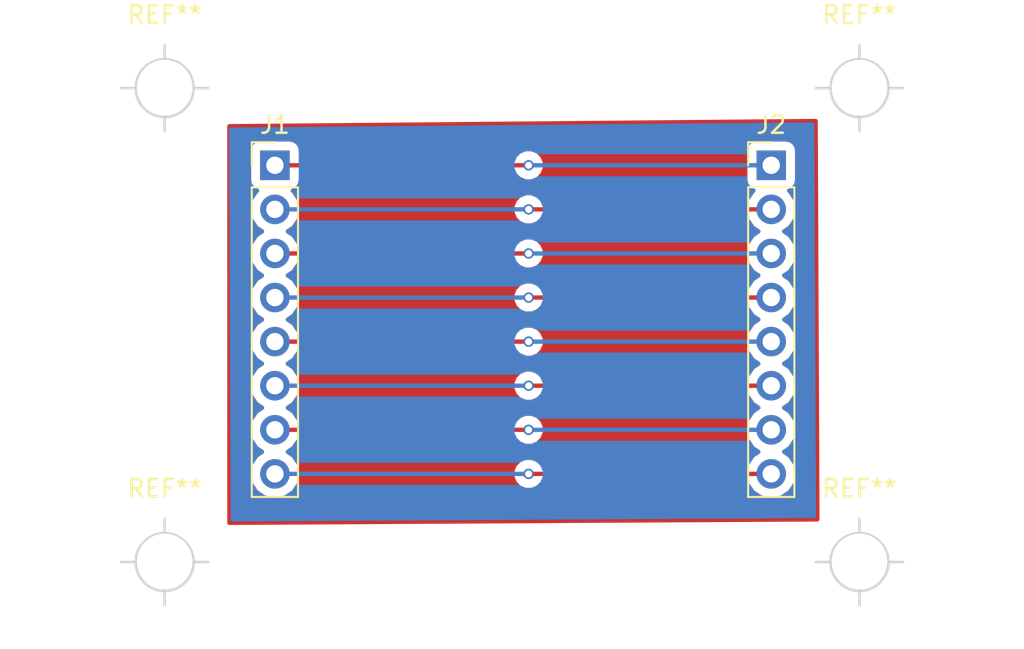
<source format=kicad_pcb>
(kicad_pcb (version 4) (host pcbnew 4.0.7)

  (general
    (links 8)
    (no_connects 0)
    (area 102.792857 95.075 162.007143 132.925)
    (thickness 1.6)
    (drawings 4)
    (tracks 24)
    (zones 0)
    (modules 6)
    (nets 9)
  )

  (page A4)
  (layers
    (0 F.Cu signal)
    (31 B.Cu signal)
    (32 B.Adhes user)
    (33 F.Adhes user)
    (34 B.Paste user)
    (35 F.Paste user)
    (36 B.SilkS user)
    (37 F.SilkS user)
    (38 B.Mask user)
    (39 F.Mask user)
    (40 Dwgs.User user)
    (41 Cmts.User user)
    (42 Eco1.User user)
    (43 Eco2.User user)
    (44 Edge.Cuts user)
    (45 Margin user)
    (46 B.CrtYd user)
    (47 F.CrtYd user)
    (48 B.Fab user)
    (49 F.Fab user)
  )

  (setup
    (last_trace_width 0.7)
    (trace_clearance 0.25)
    (zone_clearance 0.508)
    (zone_45_only no)
    (trace_min 0.2)
    (segment_width 0.2)
    (edge_width 0.15)
    (via_size 0.8)
    (via_drill 0.6)
    (via_min_size 0.4)
    (via_min_drill 0.3)
    (uvia_size 0.3)
    (uvia_drill 0.1)
    (uvias_allowed no)
    (uvia_min_size 0.2)
    (uvia_min_drill 0.1)
    (pcb_text_width 0.3)
    (pcb_text_size 1.5 1.5)
    (mod_edge_width 0.15)
    (mod_text_size 1 1)
    (mod_text_width 0.15)
    (pad_size 1.524 1.524)
    (pad_drill 0.762)
    (pad_to_mask_clearance 0.2)
    (aux_axis_origin 0 0)
    (visible_elements 7FFFFFFF)
    (pcbplotparams
      (layerselection 0x01200_00000000)
      (usegerberextensions false)
      (excludeedgelayer true)
      (linewidth 2.000000)
      (plotframeref false)
      (viasonmask true)
      (mode 1)
      (useauxorigin false)
      (hpglpennumber 1)
      (hpglpenspeed 20)
      (hpglpendiameter 15)
      (hpglpenoverlay 2)
      (psnegative false)
      (psa4output false)
      (plotreference true)
      (plotvalue true)
      (plotinvisibletext false)
      (padsonsilk true)
      (subtractmaskfromsilk false)
      (outputformat 4)
      (mirror false)
      (drillshape 2)
      (scaleselection 1)
      (outputdirectory .output/))
  )

  (net 0 "")
  (net 1 "Net-(J1-Pad1)")
  (net 2 "Net-(J1-Pad2)")
  (net 3 "Net-(J1-Pad3)")
  (net 4 "Net-(J1-Pad4)")
  (net 5 "Net-(J1-Pad5)")
  (net 6 "Net-(J1-Pad6)")
  (net 7 "Net-(J1-Pad7)")
  (net 8 "Net-(J1-Pad8)")

  (net_class Default 这是默认网络组.
    (clearance 0.25)
    (trace_width 0.7)
    (via_dia 0.8)
    (via_drill 0.6)
    (uvia_dia 0.3)
    (uvia_drill 0.1)
    (add_net "Net-(J1-Pad1)")
    (add_net "Net-(J1-Pad2)")
    (add_net "Net-(J1-Pad3)")
    (add_net "Net-(J1-Pad4)")
    (add_net "Net-(J1-Pad5)")
    (add_net "Net-(J1-Pad6)")
    (add_net "Net-(J1-Pad7)")
    (add_net "Net-(J1-Pad8)")
  )

  (module Mounting_Holes:MountingHole_3.2mm_M3 (layer F.Cu) (tedit 56D1B4CB) (tstamp 5A2DA736)
    (at 112.4 127.6)
    (descr "Mounting Hole 3.2mm, no annular, M3")
    (tags "mounting hole 3.2mm no annular m3")
    (fp_text reference REF** (at 0 -4.2) (layer F.SilkS)
      (effects (font (size 1 1) (thickness 0.15)))
    )
    (fp_text value MountingHole_3.2mm_M3 (at 0 4.2) (layer F.Fab)
      (effects (font (size 1 1) (thickness 0.15)))
    )
    (fp_circle (center 0 0) (end 3.2 0) (layer Cmts.User) (width 0.15))
    (fp_circle (center 0 0) (end 3.45 0) (layer F.CrtYd) (width 0.05))
    (pad 1 np_thru_hole circle (at 0 0) (size 3.2 3.2) (drill 3.2) (layers *.Cu *.Mask))
  )

  (module Mounting_Holes:MountingHole_3.2mm_M3 (layer F.Cu) (tedit 56D1B4CB) (tstamp 5A2DA72F)
    (at 112.4 100.3)
    (descr "Mounting Hole 3.2mm, no annular, M3")
    (tags "mounting hole 3.2mm no annular m3")
    (fp_text reference REF** (at 0 -4.2) (layer F.SilkS)
      (effects (font (size 1 1) (thickness 0.15)))
    )
    (fp_text value MountingHole_3.2mm_M3 (at 0 4.2) (layer F.Fab)
      (effects (font (size 1 1) (thickness 0.15)))
    )
    (fp_circle (center 0 0) (end 3.2 0) (layer Cmts.User) (width 0.15))
    (fp_circle (center 0 0) (end 3.45 0) (layer F.CrtYd) (width 0.05))
    (pad 1 np_thru_hole circle (at 0 0) (size 3.2 3.2) (drill 3.2) (layers *.Cu *.Mask))
  )

  (module Mounting_Holes:MountingHole_3.2mm_M3 (layer F.Cu) (tedit 56D1B4CB) (tstamp 5A2DA728)
    (at 152.4 100.3)
    (descr "Mounting Hole 3.2mm, no annular, M3")
    (tags "mounting hole 3.2mm no annular m3")
    (fp_text reference REF** (at 0 -4.2) (layer F.SilkS)
      (effects (font (size 1 1) (thickness 0.15)))
    )
    (fp_text value MountingHole_3.2mm_M3 (at 0 4.2) (layer F.Fab)
      (effects (font (size 1 1) (thickness 0.15)))
    )
    (fp_circle (center 0 0) (end 3.2 0) (layer Cmts.User) (width 0.15))
    (fp_circle (center 0 0) (end 3.45 0) (layer F.CrtYd) (width 0.05))
    (pad 1 np_thru_hole circle (at 0 0) (size 3.2 3.2) (drill 3.2) (layers *.Cu *.Mask))
  )

  (module Pin_Headers:Pin_Header_Straight_1x08_Pitch2.54mm (layer F.Cu) (tedit 59650532) (tstamp 5A20C2BD)
    (at 118.745 104.775)
    (descr "Through hole straight pin header, 1x08, 2.54mm pitch, single row")
    (tags "Through hole pin header THT 1x08 2.54mm single row")
    (path /5A20C0F5)
    (fp_text reference J1 (at 0 -2.33) (layer F.SilkS)
      (effects (font (size 1 1) (thickness 0.15)))
    )
    (fp_text value Conn_01x08 (at 0 20.11) (layer F.Fab)
      (effects (font (size 1 1) (thickness 0.15)))
    )
    (fp_line (start -0.635 -1.27) (end 1.27 -1.27) (layer F.Fab) (width 0.1))
    (fp_line (start 1.27 -1.27) (end 1.27 19.05) (layer F.Fab) (width 0.1))
    (fp_line (start 1.27 19.05) (end -1.27 19.05) (layer F.Fab) (width 0.1))
    (fp_line (start -1.27 19.05) (end -1.27 -0.635) (layer F.Fab) (width 0.1))
    (fp_line (start -1.27 -0.635) (end -0.635 -1.27) (layer F.Fab) (width 0.1))
    (fp_line (start -1.33 19.11) (end 1.33 19.11) (layer F.SilkS) (width 0.12))
    (fp_line (start -1.33 1.27) (end -1.33 19.11) (layer F.SilkS) (width 0.12))
    (fp_line (start 1.33 1.27) (end 1.33 19.11) (layer F.SilkS) (width 0.12))
    (fp_line (start -1.33 1.27) (end 1.33 1.27) (layer F.SilkS) (width 0.12))
    (fp_line (start -1.33 0) (end -1.33 -1.33) (layer F.SilkS) (width 0.12))
    (fp_line (start -1.33 -1.33) (end 0 -1.33) (layer F.SilkS) (width 0.12))
    (fp_line (start -1.8 -1.8) (end -1.8 19.55) (layer F.CrtYd) (width 0.05))
    (fp_line (start -1.8 19.55) (end 1.8 19.55) (layer F.CrtYd) (width 0.05))
    (fp_line (start 1.8 19.55) (end 1.8 -1.8) (layer F.CrtYd) (width 0.05))
    (fp_line (start 1.8 -1.8) (end -1.8 -1.8) (layer F.CrtYd) (width 0.05))
    (fp_text user %R (at 0 8.89 90) (layer F.Fab)
      (effects (font (size 1 1) (thickness 0.15)))
    )
    (pad 1 thru_hole rect (at 0 0) (size 1.7 1.7) (drill 1) (layers *.Cu *.Mask)
      (net 1 "Net-(J1-Pad1)"))
    (pad 2 thru_hole oval (at 0 2.54) (size 1.7 1.7) (drill 1) (layers *.Cu *.Mask)
      (net 2 "Net-(J1-Pad2)"))
    (pad 3 thru_hole oval (at 0 5.08) (size 1.7 1.7) (drill 1) (layers *.Cu *.Mask)
      (net 3 "Net-(J1-Pad3)"))
    (pad 4 thru_hole oval (at 0 7.62) (size 1.7 1.7) (drill 1) (layers *.Cu *.Mask)
      (net 4 "Net-(J1-Pad4)"))
    (pad 5 thru_hole oval (at 0 10.16) (size 1.7 1.7) (drill 1) (layers *.Cu *.Mask)
      (net 5 "Net-(J1-Pad5)"))
    (pad 6 thru_hole oval (at 0 12.7) (size 1.7 1.7) (drill 1) (layers *.Cu *.Mask)
      (net 6 "Net-(J1-Pad6)"))
    (pad 7 thru_hole oval (at 0 15.24) (size 1.7 1.7) (drill 1) (layers *.Cu *.Mask)
      (net 7 "Net-(J1-Pad7)"))
    (pad 8 thru_hole oval (at 0 17.78) (size 1.7 1.7) (drill 1) (layers *.Cu *.Mask)
      (net 8 "Net-(J1-Pad8)"))
    (model ${KISYS3DMOD}/Pin_Headers.3dshapes/Pin_Header_Straight_1x08_Pitch2.54mm.wrl
      (at (xyz 0 0 0))
      (scale (xyz 1 1 1))
      (rotate (xyz 0 0 0))
    )
  )

  (module Pin_Headers:Pin_Header_Straight_1x08_Pitch2.54mm (layer F.Cu) (tedit 59650532) (tstamp 5A20C2C9)
    (at 147.32 104.775)
    (descr "Through hole straight pin header, 1x08, 2.54mm pitch, single row")
    (tags "Through hole pin header THT 1x08 2.54mm single row")
    (path /5A20C13F)
    (fp_text reference J2 (at 0 -2.33) (layer F.SilkS)
      (effects (font (size 1 1) (thickness 0.15)))
    )
    (fp_text value Conn_01x08 (at 0 20.11) (layer F.Fab)
      (effects (font (size 1 1) (thickness 0.15)))
    )
    (fp_line (start -0.635 -1.27) (end 1.27 -1.27) (layer F.Fab) (width 0.1))
    (fp_line (start 1.27 -1.27) (end 1.27 19.05) (layer F.Fab) (width 0.1))
    (fp_line (start 1.27 19.05) (end -1.27 19.05) (layer F.Fab) (width 0.1))
    (fp_line (start -1.27 19.05) (end -1.27 -0.635) (layer F.Fab) (width 0.1))
    (fp_line (start -1.27 -0.635) (end -0.635 -1.27) (layer F.Fab) (width 0.1))
    (fp_line (start -1.33 19.11) (end 1.33 19.11) (layer F.SilkS) (width 0.12))
    (fp_line (start -1.33 1.27) (end -1.33 19.11) (layer F.SilkS) (width 0.12))
    (fp_line (start 1.33 1.27) (end 1.33 19.11) (layer F.SilkS) (width 0.12))
    (fp_line (start -1.33 1.27) (end 1.33 1.27) (layer F.SilkS) (width 0.12))
    (fp_line (start -1.33 0) (end -1.33 -1.33) (layer F.SilkS) (width 0.12))
    (fp_line (start -1.33 -1.33) (end 0 -1.33) (layer F.SilkS) (width 0.12))
    (fp_line (start -1.8 -1.8) (end -1.8 19.55) (layer F.CrtYd) (width 0.05))
    (fp_line (start -1.8 19.55) (end 1.8 19.55) (layer F.CrtYd) (width 0.05))
    (fp_line (start 1.8 19.55) (end 1.8 -1.8) (layer F.CrtYd) (width 0.05))
    (fp_line (start 1.8 -1.8) (end -1.8 -1.8) (layer F.CrtYd) (width 0.05))
    (fp_text user %R (at 0 8.89 90) (layer F.Fab)
      (effects (font (size 1 1) (thickness 0.15)))
    )
    (pad 1 thru_hole rect (at 0 0) (size 1.7 1.7) (drill 1) (layers *.Cu *.Mask)
      (net 1 "Net-(J1-Pad1)"))
    (pad 2 thru_hole oval (at 0 2.54) (size 1.7 1.7) (drill 1) (layers *.Cu *.Mask)
      (net 2 "Net-(J1-Pad2)"))
    (pad 3 thru_hole oval (at 0 5.08) (size 1.7 1.7) (drill 1) (layers *.Cu *.Mask)
      (net 3 "Net-(J1-Pad3)"))
    (pad 4 thru_hole oval (at 0 7.62) (size 1.7 1.7) (drill 1) (layers *.Cu *.Mask)
      (net 4 "Net-(J1-Pad4)"))
    (pad 5 thru_hole oval (at 0 10.16) (size 1.7 1.7) (drill 1) (layers *.Cu *.Mask)
      (net 5 "Net-(J1-Pad5)"))
    (pad 6 thru_hole oval (at 0 12.7) (size 1.7 1.7) (drill 1) (layers *.Cu *.Mask)
      (net 6 "Net-(J1-Pad6)"))
    (pad 7 thru_hole oval (at 0 15.24) (size 1.7 1.7) (drill 1) (layers *.Cu *.Mask)
      (net 7 "Net-(J1-Pad7)"))
    (pad 8 thru_hole oval (at 0 17.78) (size 1.7 1.7) (drill 1) (layers *.Cu *.Mask)
      (net 8 "Net-(J1-Pad8)"))
    (model ${KISYS3DMOD}/Pin_Headers.3dshapes/Pin_Header_Straight_1x08_Pitch2.54mm.wrl
      (at (xyz 0 0 0))
      (scale (xyz 1 1 1))
      (rotate (xyz 0 0 0))
    )
  )

  (module Mounting_Holes:MountingHole_3.2mm_M3 (layer F.Cu) (tedit 56D1B4CB) (tstamp 5A2DA720)
    (at 152.4 127.6)
    (descr "Mounting Hole 3.2mm, no annular, M3")
    (tags "mounting hole 3.2mm no annular m3")
    (fp_text reference REF** (at 0 -4.2) (layer F.SilkS)
      (effects (font (size 1 1) (thickness 0.15)))
    )
    (fp_text value MountingHole_3.2mm_M3 (at 0 4.2) (layer F.Fab)
      (effects (font (size 1 1) (thickness 0.15)))
    )
    (fp_circle (center 0 0) (end 3.2 0) (layer Cmts.User) (width 0.15))
    (fp_circle (center 0 0) (end 3.45 0) (layer F.CrtYd) (width 0.05))
    (pad 1 np_thru_hole circle (at 0 0) (size 3.2 3.2) (drill 3.2) (layers *.Cu *.Mask))
  )

  (target plus (at 112.395 100.33) (size 5) (width 0.15) (layer Edge.Cuts))
  (target plus (at 112.395 127.635) (size 5) (width 0.15) (layer Edge.Cuts))
  (target plus (at 152.4 127.635) (size 5) (width 0.15) (layer Edge.Cuts))
  (target plus (at 152.4 100.33) (size 5) (width 0.15) (layer Edge.Cuts))

  (segment (start 118.745 104.775) (end 133.35 104.775) (width 0.25) (layer F.Cu) (net 1))
  (segment (start 133.35 104.775) (end 147.32 104.775) (width 0.25) (layer B.Cu) (net 1) (tstamp 5A20C327))
  (via (at 133.35 104.775) (size 0.6) (drill 0.4) (layers F.Cu B.Cu) (net 1))
  (segment (start 118.745 107.315) (end 133.35 107.315) (width 0.25) (layer B.Cu) (net 2))
  (segment (start 133.35 107.315) (end 147.32 107.315) (width 0.25) (layer F.Cu) (net 2) (tstamp 5A20C32C))
  (via (at 133.35 107.315) (size 0.6) (drill 0.4) (layers F.Cu B.Cu) (net 2))
  (segment (start 118.745 109.855) (end 133.35 109.855) (width 0.25) (layer F.Cu) (net 3))
  (segment (start 133.35 109.855) (end 147.32 109.855) (width 0.25) (layer B.Cu) (net 3) (tstamp 5A20C331))
  (via (at 133.35 109.855) (size 0.6) (drill 0.4) (layers F.Cu B.Cu) (net 3))
  (segment (start 118.745 112.395) (end 133.35 112.395) (width 0.25) (layer B.Cu) (net 4))
  (segment (start 133.35 112.395) (end 147.32 112.395) (width 0.25) (layer F.Cu) (net 4) (tstamp 5A20C336))
  (via (at 133.35 112.395) (size 0.6) (drill 0.4) (layers F.Cu B.Cu) (net 4))
  (segment (start 118.745 114.935) (end 133.35 114.935) (width 0.25) (layer F.Cu) (net 5))
  (segment (start 133.35 114.935) (end 147.32 114.935) (width 0.25) (layer B.Cu) (net 5) (tstamp 5A20C33B))
  (via (at 133.35 114.935) (size 0.6) (drill 0.4) (layers F.Cu B.Cu) (net 5))
  (segment (start 118.745 117.475) (end 133.35 117.475) (width 0.25) (layer B.Cu) (net 6))
  (segment (start 133.35 117.475) (end 147.32 117.475) (width 0.25) (layer F.Cu) (net 6) (tstamp 5A20C340))
  (via (at 133.35 117.475) (size 0.6) (drill 0.4) (layers F.Cu B.Cu) (net 6))
  (segment (start 118.745 120.015) (end 133.35 120.015) (width 0.25) (layer F.Cu) (net 7))
  (segment (start 133.35 120.015) (end 147.32 120.015) (width 0.25) (layer B.Cu) (net 7) (tstamp 5A20C345))
  (via (at 133.35 120.015) (size 0.6) (drill 0.4) (layers F.Cu B.Cu) (net 7))
  (segment (start 118.745 122.555) (end 133.35 122.555) (width 0.25) (layer B.Cu) (net 8))
  (segment (start 133.35 122.555) (end 147.32 122.555) (width 0.25) (layer F.Cu) (net 8) (tstamp 5A20C34A))
  (via (at 133.35 122.555) (size 0.6) (drill 0.4) (layers F.Cu B.Cu) (net 8))

  (zone (net 0) (net_name "") (layer F.Cu) (tstamp 5A2DA73E) (hatch edge 0.508)
    (connect_pads (clearance 0.508))
    (min_thickness 0.254)
    (fill yes (arc_segments 16) (thermal_gap 0.508) (thermal_bridge_width 0.508))
    (polygon
      (pts
        (xy 116 102.4) (xy 116 125.5) (xy 150.1 125.3) (xy 150 102.1)
      )
    )
    (filled_polygon
      (pts
        (xy 149.972454 125.173746) (xy 116.127 125.372253) (xy 116.127 107.315) (xy 117.230907 107.315) (xy 117.343946 107.883285)
        (xy 117.665853 108.365054) (xy 117.995026 108.585) (xy 117.665853 108.804946) (xy 117.343946 109.286715) (xy 117.230907 109.855)
        (xy 117.343946 110.423285) (xy 117.665853 110.905054) (xy 117.995026 111.125) (xy 117.665853 111.344946) (xy 117.343946 111.826715)
        (xy 117.230907 112.395) (xy 117.343946 112.963285) (xy 117.665853 113.445054) (xy 117.995026 113.665) (xy 117.665853 113.884946)
        (xy 117.343946 114.366715) (xy 117.230907 114.935) (xy 117.343946 115.503285) (xy 117.665853 115.985054) (xy 117.995026 116.205)
        (xy 117.665853 116.424946) (xy 117.343946 116.906715) (xy 117.230907 117.475) (xy 117.343946 118.043285) (xy 117.665853 118.525054)
        (xy 117.995026 118.745) (xy 117.665853 118.964946) (xy 117.343946 119.446715) (xy 117.230907 120.015) (xy 117.343946 120.583285)
        (xy 117.665853 121.065054) (xy 117.995026 121.285) (xy 117.665853 121.504946) (xy 117.343946 121.986715) (xy 117.230907 122.555)
        (xy 117.343946 123.123285) (xy 117.665853 123.605054) (xy 118.147622 123.926961) (xy 118.715907 124.04) (xy 118.774093 124.04)
        (xy 119.342378 123.926961) (xy 119.824147 123.605054) (xy 120.146054 123.123285) (xy 120.259093 122.555) (xy 120.146054 121.986715)
        (xy 119.824147 121.504946) (xy 119.494974 121.285) (xy 119.824147 121.065054) (xy 120.017954 120.775) (xy 132.787537 120.775)
        (xy 132.819673 120.807192) (xy 133.163201 120.949838) (xy 133.535167 120.950162) (xy 133.878943 120.808117) (xy 134.142192 120.545327)
        (xy 134.284838 120.201799) (xy 134.285162 119.829833) (xy 134.143117 119.486057) (xy 133.880327 119.222808) (xy 133.536799 119.080162)
        (xy 133.164833 119.079838) (xy 132.821057 119.221883) (xy 132.787882 119.255) (xy 120.017954 119.255) (xy 119.824147 118.964946)
        (xy 119.494974 118.745) (xy 119.824147 118.525054) (xy 120.146054 118.043285) (xy 120.259093 117.475) (xy 120.146054 116.906715)
        (xy 119.824147 116.424946) (xy 119.494974 116.205) (xy 119.824147 115.985054) (xy 120.017954 115.695) (xy 132.787537 115.695)
        (xy 132.819673 115.727192) (xy 133.163201 115.869838) (xy 133.535167 115.870162) (xy 133.878943 115.728117) (xy 134.142192 115.465327)
        (xy 134.284838 115.121799) (xy 134.285162 114.749833) (xy 134.143117 114.406057) (xy 133.880327 114.142808) (xy 133.536799 114.000162)
        (xy 133.164833 113.999838) (xy 132.821057 114.141883) (xy 132.787882 114.175) (xy 120.017954 114.175) (xy 119.824147 113.884946)
        (xy 119.494974 113.665) (xy 119.824147 113.445054) (xy 120.146054 112.963285) (xy 120.259093 112.395) (xy 120.146054 111.826715)
        (xy 119.824147 111.344946) (xy 119.494974 111.125) (xy 119.824147 110.905054) (xy 120.017954 110.615) (xy 132.787537 110.615)
        (xy 132.819673 110.647192) (xy 133.163201 110.789838) (xy 133.535167 110.790162) (xy 133.878943 110.648117) (xy 134.142192 110.385327)
        (xy 134.284838 110.041799) (xy 134.285162 109.669833) (xy 134.143117 109.326057) (xy 133.880327 109.062808) (xy 133.536799 108.920162)
        (xy 133.164833 108.919838) (xy 132.821057 109.061883) (xy 132.787882 109.095) (xy 120.017954 109.095) (xy 119.824147 108.804946)
        (xy 119.494974 108.585) (xy 119.824147 108.365054) (xy 120.146054 107.883285) (xy 120.22226 107.500167) (xy 132.414838 107.500167)
        (xy 132.556883 107.843943) (xy 132.819673 108.107192) (xy 133.163201 108.249838) (xy 133.535167 108.250162) (xy 133.878943 108.108117)
        (xy 133.912118 108.075) (xy 146.047046 108.075) (xy 146.240853 108.365054) (xy 146.570026 108.585) (xy 146.240853 108.804946)
        (xy 145.918946 109.286715) (xy 145.805907 109.855) (xy 145.918946 110.423285) (xy 146.240853 110.905054) (xy 146.570026 111.125)
        (xy 146.240853 111.344946) (xy 146.047046 111.635) (xy 133.912463 111.635) (xy 133.880327 111.602808) (xy 133.536799 111.460162)
        (xy 133.164833 111.459838) (xy 132.821057 111.601883) (xy 132.557808 111.864673) (xy 132.415162 112.208201) (xy 132.414838 112.580167)
        (xy 132.556883 112.923943) (xy 132.819673 113.187192) (xy 133.163201 113.329838) (xy 133.535167 113.330162) (xy 133.878943 113.188117)
        (xy 133.912118 113.155) (xy 146.047046 113.155) (xy 146.240853 113.445054) (xy 146.570026 113.665) (xy 146.240853 113.884946)
        (xy 145.918946 114.366715) (xy 145.805907 114.935) (xy 145.918946 115.503285) (xy 146.240853 115.985054) (xy 146.570026 116.205)
        (xy 146.240853 116.424946) (xy 146.047046 116.715) (xy 133.912463 116.715) (xy 133.880327 116.682808) (xy 133.536799 116.540162)
        (xy 133.164833 116.539838) (xy 132.821057 116.681883) (xy 132.557808 116.944673) (xy 132.415162 117.288201) (xy 132.414838 117.660167)
        (xy 132.556883 118.003943) (xy 132.819673 118.267192) (xy 133.163201 118.409838) (xy 133.535167 118.410162) (xy 133.878943 118.268117)
        (xy 133.912118 118.235) (xy 146.047046 118.235) (xy 146.240853 118.525054) (xy 146.570026 118.745) (xy 146.240853 118.964946)
        (xy 145.918946 119.446715) (xy 145.805907 120.015) (xy 145.918946 120.583285) (xy 146.240853 121.065054) (xy 146.570026 121.285)
        (xy 146.240853 121.504946) (xy 146.047046 121.795) (xy 133.912463 121.795) (xy 133.880327 121.762808) (xy 133.536799 121.620162)
        (xy 133.164833 121.619838) (xy 132.821057 121.761883) (xy 132.557808 122.024673) (xy 132.415162 122.368201) (xy 132.414838 122.740167)
        (xy 132.556883 123.083943) (xy 132.819673 123.347192) (xy 133.163201 123.489838) (xy 133.535167 123.490162) (xy 133.878943 123.348117)
        (xy 133.912118 123.315) (xy 146.047046 123.315) (xy 146.240853 123.605054) (xy 146.722622 123.926961) (xy 147.290907 124.04)
        (xy 147.349093 124.04) (xy 147.917378 123.926961) (xy 148.399147 123.605054) (xy 148.721054 123.123285) (xy 148.834093 122.555)
        (xy 148.721054 121.986715) (xy 148.399147 121.504946) (xy 148.069974 121.285) (xy 148.399147 121.065054) (xy 148.721054 120.583285)
        (xy 148.834093 120.015) (xy 148.721054 119.446715) (xy 148.399147 118.964946) (xy 148.069974 118.745) (xy 148.399147 118.525054)
        (xy 148.721054 118.043285) (xy 148.834093 117.475) (xy 148.721054 116.906715) (xy 148.399147 116.424946) (xy 148.069974 116.205)
        (xy 148.399147 115.985054) (xy 148.721054 115.503285) (xy 148.834093 114.935) (xy 148.721054 114.366715) (xy 148.399147 113.884946)
        (xy 148.069974 113.665) (xy 148.399147 113.445054) (xy 148.721054 112.963285) (xy 148.834093 112.395) (xy 148.721054 111.826715)
        (xy 148.399147 111.344946) (xy 148.069974 111.125) (xy 148.399147 110.905054) (xy 148.721054 110.423285) (xy 148.834093 109.855)
        (xy 148.721054 109.286715) (xy 148.399147 108.804946) (xy 148.069974 108.585) (xy 148.399147 108.365054) (xy 148.721054 107.883285)
        (xy 148.834093 107.315) (xy 148.721054 106.746715) (xy 148.399147 106.264946) (xy 148.357548 106.23715) (xy 148.405317 106.228162)
        (xy 148.621441 106.08909) (xy 148.766431 105.87689) (xy 148.81744 105.625) (xy 148.81744 103.925) (xy 148.773162 103.689683)
        (xy 148.63409 103.473559) (xy 148.42189 103.328569) (xy 148.17 103.27756) (xy 146.47 103.27756) (xy 146.234683 103.321838)
        (xy 146.018559 103.46091) (xy 145.873569 103.67311) (xy 145.82256 103.925) (xy 145.82256 105.625) (xy 145.866838 105.860317)
        (xy 146.00591 106.076441) (xy 146.21811 106.221431) (xy 146.285541 106.235086) (xy 146.240853 106.264946) (xy 146.047046 106.555)
        (xy 133.912463 106.555) (xy 133.880327 106.522808) (xy 133.536799 106.380162) (xy 133.164833 106.379838) (xy 132.821057 106.521883)
        (xy 132.557808 106.784673) (xy 132.415162 107.128201) (xy 132.414838 107.500167) (xy 120.22226 107.500167) (xy 120.259093 107.315)
        (xy 120.146054 106.746715) (xy 119.824147 106.264946) (xy 119.782548 106.23715) (xy 119.830317 106.228162) (xy 120.046441 106.08909)
        (xy 120.191431 105.87689) (xy 120.24244 105.625) (xy 120.24244 105.535) (xy 132.787537 105.535) (xy 132.819673 105.567192)
        (xy 133.163201 105.709838) (xy 133.535167 105.710162) (xy 133.878943 105.568117) (xy 134.142192 105.305327) (xy 134.284838 104.961799)
        (xy 134.285162 104.589833) (xy 134.143117 104.246057) (xy 133.880327 103.982808) (xy 133.536799 103.840162) (xy 133.164833 103.839838)
        (xy 132.821057 103.981883) (xy 132.787882 104.015) (xy 120.24244 104.015) (xy 120.24244 103.925) (xy 120.198162 103.689683)
        (xy 120.05909 103.473559) (xy 119.84689 103.328569) (xy 119.595 103.27756) (xy 117.895 103.27756) (xy 117.659683 103.321838)
        (xy 117.443559 103.46091) (xy 117.298569 103.67311) (xy 117.24756 103.925) (xy 117.24756 105.625) (xy 117.291838 105.860317)
        (xy 117.43091 106.076441) (xy 117.64311 106.221431) (xy 117.710541 106.235086) (xy 117.665853 106.264946) (xy 117.343946 106.746715)
        (xy 117.230907 107.315) (xy 116.127 107.315) (xy 116.127 102.525884) (xy 149.873551 102.228121)
      )
    )
  )
  (zone (net 0) (net_name "") (layer B.Cu) (tstamp 5A2DA740) (hatch edge 0.508)
    (connect_pads (clearance 0.508))
    (min_thickness 0.254)
    (fill yes (arc_segments 16) (thermal_gap 0.508) (thermal_bridge_width 0.508))
    (polygon
      (pts
        (xy 149.9 125.1) (xy 116.2 125.3) (xy 116.1 102.5) (xy 116.2 102.6) (xy 149.8 102.3)
      )
    )
    (filled_polygon
      (pts
        (xy 149.772445 124.973755) (xy 116.326441 125.172247) (xy 116.24812 107.315) (xy 117.230907 107.315) (xy 117.343946 107.883285)
        (xy 117.665853 108.365054) (xy 117.995026 108.585) (xy 117.665853 108.804946) (xy 117.343946 109.286715) (xy 117.230907 109.855)
        (xy 117.343946 110.423285) (xy 117.665853 110.905054) (xy 117.995026 111.125) (xy 117.665853 111.344946) (xy 117.343946 111.826715)
        (xy 117.230907 112.395) (xy 117.343946 112.963285) (xy 117.665853 113.445054) (xy 117.995026 113.665) (xy 117.665853 113.884946)
        (xy 117.343946 114.366715) (xy 117.230907 114.935) (xy 117.343946 115.503285) (xy 117.665853 115.985054) (xy 117.995026 116.205)
        (xy 117.665853 116.424946) (xy 117.343946 116.906715) (xy 117.230907 117.475) (xy 117.343946 118.043285) (xy 117.665853 118.525054)
        (xy 117.995026 118.745) (xy 117.665853 118.964946) (xy 117.343946 119.446715) (xy 117.230907 120.015) (xy 117.343946 120.583285)
        (xy 117.665853 121.065054) (xy 117.995026 121.285) (xy 117.665853 121.504946) (xy 117.343946 121.986715) (xy 117.230907 122.555)
        (xy 117.343946 123.123285) (xy 117.665853 123.605054) (xy 118.147622 123.926961) (xy 118.715907 124.04) (xy 118.774093 124.04)
        (xy 119.342378 123.926961) (xy 119.824147 123.605054) (xy 120.017954 123.315) (xy 132.787537 123.315) (xy 132.819673 123.347192)
        (xy 133.163201 123.489838) (xy 133.535167 123.490162) (xy 133.878943 123.348117) (xy 134.142192 123.085327) (xy 134.284838 122.741799)
        (xy 134.285162 122.369833) (xy 134.143117 122.026057) (xy 133.880327 121.762808) (xy 133.536799 121.620162) (xy 133.164833 121.619838)
        (xy 132.821057 121.761883) (xy 132.787882 121.795) (xy 120.017954 121.795) (xy 119.824147 121.504946) (xy 119.494974 121.285)
        (xy 119.824147 121.065054) (xy 120.146054 120.583285) (xy 120.259093 120.015) (xy 120.146054 119.446715) (xy 119.824147 118.964946)
        (xy 119.494974 118.745) (xy 119.824147 118.525054) (xy 120.017954 118.235) (xy 132.787537 118.235) (xy 132.819673 118.267192)
        (xy 133.163201 118.409838) (xy 133.535167 118.410162) (xy 133.878943 118.268117) (xy 134.142192 118.005327) (xy 134.284838 117.661799)
        (xy 134.285162 117.289833) (xy 134.143117 116.946057) (xy 133.880327 116.682808) (xy 133.536799 116.540162) (xy 133.164833 116.539838)
        (xy 132.821057 116.681883) (xy 132.787882 116.715) (xy 120.017954 116.715) (xy 119.824147 116.424946) (xy 119.494974 116.205)
        (xy 119.824147 115.985054) (xy 120.146054 115.503285) (xy 120.259093 114.935) (xy 120.146054 114.366715) (xy 119.824147 113.884946)
        (xy 119.494974 113.665) (xy 119.824147 113.445054) (xy 120.017954 113.155) (xy 132.787537 113.155) (xy 132.819673 113.187192)
        (xy 133.163201 113.329838) (xy 133.535167 113.330162) (xy 133.878943 113.188117) (xy 134.142192 112.925327) (xy 134.284838 112.581799)
        (xy 134.285162 112.209833) (xy 134.143117 111.866057) (xy 133.880327 111.602808) (xy 133.536799 111.460162) (xy 133.164833 111.459838)
        (xy 132.821057 111.601883) (xy 132.787882 111.635) (xy 120.017954 111.635) (xy 119.824147 111.344946) (xy 119.494974 111.125)
        (xy 119.824147 110.905054) (xy 120.146054 110.423285) (xy 120.259093 109.855) (xy 120.146054 109.286715) (xy 119.824147 108.804946)
        (xy 119.494974 108.585) (xy 119.824147 108.365054) (xy 120.017954 108.075) (xy 132.787537 108.075) (xy 132.819673 108.107192)
        (xy 133.163201 108.249838) (xy 133.535167 108.250162) (xy 133.878943 108.108117) (xy 134.142192 107.845327) (xy 134.284838 107.501799)
        (xy 134.285162 107.129833) (xy 134.143117 106.786057) (xy 133.880327 106.522808) (xy 133.536799 106.380162) (xy 133.164833 106.379838)
        (xy 132.821057 106.521883) (xy 132.787882 106.555) (xy 120.017954 106.555) (xy 119.824147 106.264946) (xy 119.782548 106.23715)
        (xy 119.830317 106.228162) (xy 120.046441 106.08909) (xy 120.191431 105.87689) (xy 120.24244 105.625) (xy 120.24244 104.960167)
        (xy 132.414838 104.960167) (xy 132.556883 105.303943) (xy 132.819673 105.567192) (xy 133.163201 105.709838) (xy 133.535167 105.710162)
        (xy 133.878943 105.568117) (xy 133.912118 105.535) (xy 145.82256 105.535) (xy 145.82256 105.625) (xy 145.866838 105.860317)
        (xy 146.00591 106.076441) (xy 146.21811 106.221431) (xy 146.285541 106.235086) (xy 146.240853 106.264946) (xy 145.918946 106.746715)
        (xy 145.805907 107.315) (xy 145.918946 107.883285) (xy 146.240853 108.365054) (xy 146.570026 108.585) (xy 146.240853 108.804946)
        (xy 146.047046 109.095) (xy 133.912463 109.095) (xy 133.880327 109.062808) (xy 133.536799 108.920162) (xy 133.164833 108.919838)
        (xy 132.821057 109.061883) (xy 132.557808 109.324673) (xy 132.415162 109.668201) (xy 132.414838 110.040167) (xy 132.556883 110.383943)
        (xy 132.819673 110.647192) (xy 133.163201 110.789838) (xy 133.535167 110.790162) (xy 133.878943 110.648117) (xy 133.912118 110.615)
        (xy 146.047046 110.615) (xy 146.240853 110.905054) (xy 146.570026 111.125) (xy 146.240853 111.344946) (xy 145.918946 111.826715)
        (xy 145.805907 112.395) (xy 145.918946 112.963285) (xy 146.240853 113.445054) (xy 146.570026 113.665) (xy 146.240853 113.884946)
        (xy 146.047046 114.175) (xy 133.912463 114.175) (xy 133.880327 114.142808) (xy 133.536799 114.000162) (xy 133.164833 113.999838)
        (xy 132.821057 114.141883) (xy 132.557808 114.404673) (xy 132.415162 114.748201) (xy 132.414838 115.120167) (xy 132.556883 115.463943)
        (xy 132.819673 115.727192) (xy 133.163201 115.869838) (xy 133.535167 115.870162) (xy 133.878943 115.728117) (xy 133.912118 115.695)
        (xy 146.047046 115.695) (xy 146.240853 115.985054) (xy 146.570026 116.205) (xy 146.240853 116.424946) (xy 145.918946 116.906715)
        (xy 145.805907 117.475) (xy 145.918946 118.043285) (xy 146.240853 118.525054) (xy 146.570026 118.745) (xy 146.240853 118.964946)
        (xy 146.047046 119.255) (xy 133.912463 119.255) (xy 133.880327 119.222808) (xy 133.536799 119.080162) (xy 133.164833 119.079838)
        (xy 132.821057 119.221883) (xy 132.557808 119.484673) (xy 132.415162 119.828201) (xy 132.414838 120.200167) (xy 132.556883 120.543943)
        (xy 132.819673 120.807192) (xy 133.163201 120.949838) (xy 133.535167 120.950162) (xy 133.878943 120.808117) (xy 133.912118 120.775)
        (xy 146.047046 120.775) (xy 146.240853 121.065054) (xy 146.570026 121.285) (xy 146.240853 121.504946) (xy 145.918946 121.986715)
        (xy 145.805907 122.555) (xy 145.918946 123.123285) (xy 146.240853 123.605054) (xy 146.722622 123.926961) (xy 147.290907 124.04)
        (xy 147.349093 124.04) (xy 147.917378 123.926961) (xy 148.399147 123.605054) (xy 148.721054 123.123285) (xy 148.834093 122.555)
        (xy 148.721054 121.986715) (xy 148.399147 121.504946) (xy 148.069974 121.285) (xy 148.399147 121.065054) (xy 148.721054 120.583285)
        (xy 148.834093 120.015) (xy 148.721054 119.446715) (xy 148.399147 118.964946) (xy 148.069974 118.745) (xy 148.399147 118.525054)
        (xy 148.721054 118.043285) (xy 148.834093 117.475) (xy 148.721054 116.906715) (xy 148.399147 116.424946) (xy 148.069974 116.205)
        (xy 148.399147 115.985054) (xy 148.721054 115.503285) (xy 148.834093 114.935) (xy 148.721054 114.366715) (xy 148.399147 113.884946)
        (xy 148.069974 113.665) (xy 148.399147 113.445054) (xy 148.721054 112.963285) (xy 148.834093 112.395) (xy 148.721054 111.826715)
        (xy 148.399147 111.344946) (xy 148.069974 111.125) (xy 148.399147 110.905054) (xy 148.721054 110.423285) (xy 148.834093 109.855)
        (xy 148.721054 109.286715) (xy 148.399147 108.804946) (xy 148.069974 108.585) (xy 148.399147 108.365054) (xy 148.721054 107.883285)
        (xy 148.834093 107.315) (xy 148.721054 106.746715) (xy 148.399147 106.264946) (xy 148.357548 106.23715) (xy 148.405317 106.228162)
        (xy 148.621441 106.08909) (xy 148.766431 105.87689) (xy 148.81744 105.625) (xy 148.81744 103.925) (xy 148.773162 103.689683)
        (xy 148.63409 103.473559) (xy 148.42189 103.328569) (xy 148.17 103.27756) (xy 146.47 103.27756) (xy 146.234683 103.321838)
        (xy 146.018559 103.46091) (xy 145.873569 103.67311) (xy 145.82256 103.925) (xy 145.82256 104.015) (xy 133.912463 104.015)
        (xy 133.880327 103.982808) (xy 133.536799 103.840162) (xy 133.164833 103.839838) (xy 132.821057 103.981883) (xy 132.557808 104.244673)
        (xy 132.415162 104.588201) (xy 132.414838 104.960167) (xy 120.24244 104.960167) (xy 120.24244 103.925) (xy 120.198162 103.689683)
        (xy 120.05909 103.473559) (xy 119.84689 103.328569) (xy 119.595 103.27756) (xy 117.895 103.27756) (xy 117.659683 103.321838)
        (xy 117.443559 103.46091) (xy 117.298569 103.67311) (xy 117.24756 103.925) (xy 117.24756 105.625) (xy 117.291838 105.860317)
        (xy 117.43091 106.076441) (xy 117.64311 106.221431) (xy 117.710541 106.235086) (xy 117.665853 106.264946) (xy 117.343946 106.746715)
        (xy 117.230907 107.315) (xy 116.24812 107.315) (xy 116.227996 102.726755) (xy 149.673561 102.428134)
      )
    )
  )
)

</source>
